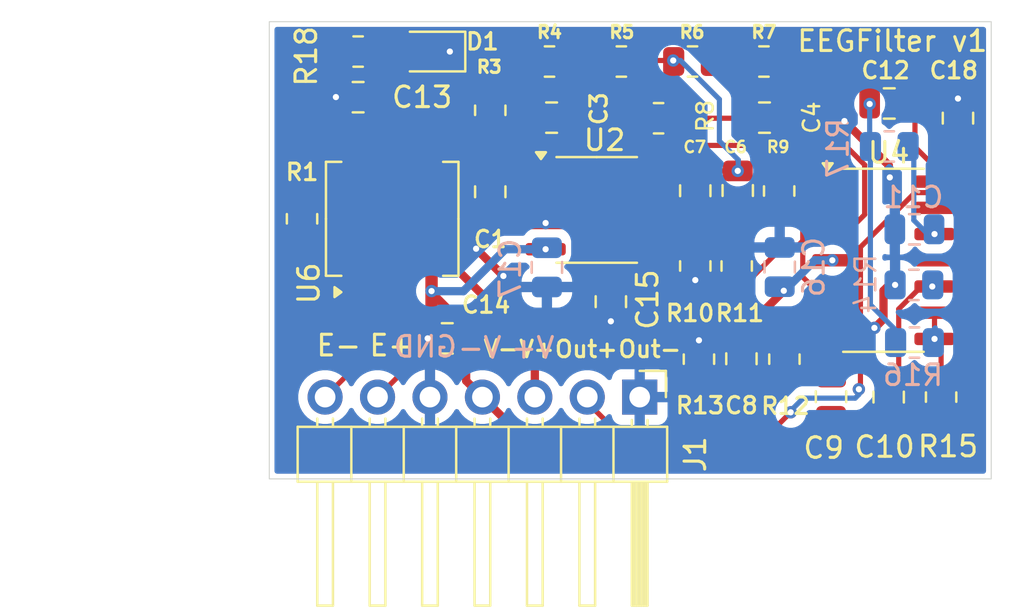
<source format=kicad_pcb>
(kicad_pcb (version 20241229) (generator "pcbnew") (generator_version "9.0")
  (layers (0 "F.Cu" signal) (2 "B.Cu" signal) (13 "F.Paste" user) (15 "B.Paste" user) (5 "F.SilkS" user "F.Silkscreen") (7 "B.SilkS" user "B.Silkscreen") (1 "F.Mask" user) (3 "B.Mask" user) (25 "Edge.Cuts" user))
  (net 0 "")
  (net 1 "Net-(U2A--)")
  (net 2 "/AC_COUPLER_OUT")
  (net 3 "/Second T")
  (net 4 "/INA_OUT")
  (net 5 "Net-(C10-Pad1)")
  (net 6 "/First T")
  (net 7 "Net-(U4C-+)")
  (net 8 "Net-(U4D-+)")
  (net 9 "/MA_-Terminal")
  (net 10 "/E_OUT")
  (net 11 "Net-(R1-Pad1)")
  (net 12 "Net-(U2B-+)")
  (net 13 "AGND")
  (net 14 "/50Hz_first_branch")
  (net 15 "/50Hz_second_branch")
  (net 16 "AVDD")
  (net 17 "AVSS")
  (net 18 "/Main_Out")
  (net 19 "/E+")
  (net 20 "/E-")
  (net 21 "/HP_Out")
  (net 22 "Net-(R1-Pad2)")
  (net 23 "Net-(R4-Pad1)")
  (net 24 "Net-(R6-Pad1)")
  (net 25 "Net-(R8-Pad2)")
  (net 26 "/LP_1st_branch")
  (net 27 "/50Hz_Filtered_Out")
  (net 28 "Net-(D1-A)")
  (footprint "Resistor_SMD:R_0805_2012Metric" (layer "F.Cu") (at 103.0967 95.504 180)
    (property "Reference" "R7" (at 0.0019 1.4224 0) (layer "F.SilkS") (effects (font (size 0.6 0.6) (thickness 0.15) (bold yes))))
    (property "Value" "2k")
    (pad "1" smd roundrect (at -0.9125 0 180) (size 1.025 1.4) (layers "F.Cu" "F.Mask" "F.Paste") (roundrect_rratio 0.243902) (net 14 "/50Hz_first_branch"))
    (pad "2" smd roundrect (at 0.9125 0 180) (size 1.025 1.4) (layers "F.Cu" "F.Mask" "F.Paste") (roundrect_rratio 0.243902) (net 24 "Net-(R6-Pad1)"))
  )
  (footprint "Capacitor_SMD:C_0805_2012Metric" (layer "F.Cu") (at 106.346 111.74 -90)
    (property "Reference" "C9" (at 2.4838 0.3518 180) (layer "F.SilkS"))
    (property "Value" "0.1u")
    (pad "1" smd roundrect (at -0.95 0 270) (size 1 1.45) (layers "F.Cu" "F.Mask" "F.Paste") (net 18 "/Main_Out"))
    (pad "2" smd roundrect (at 0.95 0 270) (size 1 1.45) (layers "F.Cu" "F.Mask" "F.Paste") (net 5 "Net-(C10-Pad1)"))
  )
  (footprint "Capacitor_SMD:C_0805_2012Metric" (layer "F.Cu") (at 95.6818 107.1372 90)
    (property "Reference" "C15" (at 0.1016 1.778 90) (layer "F.SilkS"))
    (property "Value" "1u")
    (pad "1" smd roundrect (at -0.95 0 90) (size 1 1.45) (layers "F.Cu" "F.Mask" "F.Paste") (net 13 "AGND"))
    (pad "2" smd roundrect (at 0.95 0 90) (size 1 1.45) (layers "F.Cu" "F.Mask" "F.Paste") (net 16 "AVDD"))
  )
  (footprint "Resistor_SMD:R_0805_2012Metric" (layer "F.Cu") (at 104.0892 109.9214 -90)
    (property "Reference" "R12" (at 2.2704 -0.0508 180) (layer "F.SilkS") (effects (font (size 0.8 0.8))))
    (property "Value" "100k")
    (pad "1" smd roundrect (at -0.9125 0 270) (size 1.025 1.4) (layers "F.Cu" "F.Mask" "F.Paste") (roundrect_rratio 0.243902) (net 9 "/MA_-Terminal"))
    (pad "2" smd roundrect (at 0.9125 0 270) (size 1.025 1.4) (layers "F.Cu" "F.Mask" "F.Paste") (roundrect_rratio 0.243902) (net 18 "/Main_Out"))
  )
  (footprint "Resistor_SMD:R_0805_2012Metric" (layer "F.Cu") (at 103.8352 101.7759 -90)
    (property "Reference" "R9" (at -2.1317 0.0508 180) (layer "F.SilkS") (effects (font (size 0.55 0.55) (thickness 0.12) (bold yes))))
    (property "Value" "0.9k")
    (pad "1" smd roundrect (at -0.9125 0 270) (size 1.025 1.4) (layers "F.Cu" "F.Mask" "F.Paste") (roundrect_rratio 0.243902) (net 25 "Net-(R8-Pad2)"))
    (pad "2" smd roundrect (at 0.9125 0 270) (size 1.025 1.4) (layers "F.Cu" "F.Mask" "F.Paste") (roundrect_rratio 0.243902) (net 15 "/50Hz_second_branch"))
  )
  (footprint "Package_SO:SOIC-8_5.3x6.2mm_P1.27mm" (layer "F.Cu") (at 85.09 103.124 90)
    (property "Reference" "U6" (at -3.1242 -4.0386 270) (layer "F.SilkS"))
    (property "Value" "INA128")
    (pad "1" smd roundrect (at -3.5 -1.905 90) (size 1.9 0.6) (layers "F.Cu" "F.Mask" "F.Paste") (net 22 "Net-(R1-Pad2)"))
    (pad "2" smd roundrect (at -3.5 -0.635 90) (size 1.9 0.6) (layers "F.Cu" "F.Mask" "F.Paste") (net 20 "/E-"))
    (pad "3" smd roundrect (at -3.5 0.635 90) (size 1.9 0.6) (layers "F.Cu" "F.Mask" "F.Paste") (net 19 "/E+"))
    (pad "4" smd roundrect (at -3.5 1.905 90) (size 1.9 0.6) (layers "F.Cu" "F.Mask" "F.Paste") (net 17 "AVSS"))
    (pad "5" smd roundrect (at 3.5 1.905 90) (size 1.9 0.6) (layers "F.Cu" "F.Mask" "F.Paste") (net 2 "/AC_COUPLER_OUT"))
    (pad "6" smd roundrect (at 3.5 0.635 90) (size 1.9 0.6) (layers "F.Cu" "F.Mask" "F.Paste") (net 4 "/INA_OUT"))
    (pad "7" smd roundrect (at 3.5 -0.635 90) (size 1.9 0.6) (layers "F.Cu" "F.Mask" "F.Paste") (net 16 "AVDD"))
    (pad "8" smd roundrect (at 3.5 -1.905 90) (size 1.9 0.6) (layers "F.Cu" "F.Mask" "F.Paste") (net 11 "Net-(R1-Pad1)"))
  )
  (footprint "Resistor_SMD:R_0805_2012Metric" (layer "F.Cu") (at 101.7778 105.41 90)
    (property "Reference" "R11" (at -2.286 0.1524 0) (layer "F.SilkS") (effects (font (size 0.8 0.8))))
    (property "Value" "1k")
    (pad "1" smd roundrect (at -0.9125 0 90) (size 1.025 1.4) (layers "F.Cu" "F.Mask" "F.Paste") (roundrect_rratio 0.243902) (net 27 "/50Hz_Filtered_Out"))
    (pad "2" smd roundrect (at 0.9125 0 90) (size 1.025 1.4) (layers "F.Cu" "F.Mask" "F.Paste") (roundrect_rratio 0.243902) (net 12 "Net-(U2B-+)"))
  )
  (footprint "Resistor_SMD:R_0805_2012Metric" (layer "F.Cu") (at 80.7212 103.1221 -90)
    (property "Reference" "R1" (at -2.2587 0 180) (layer "F.SilkS") (effects (font (size 0.8 0.8) (thickness 0.15) (bold yes))))
    (property "Value" "20k")
    (pad "1" smd roundrect (at -0.9125 0 270) (size 1.025 1.4) (layers "F.Cu" "F.Mask" "F.Paste") (roundrect_rratio 0.243902) (net 11 "Net-(R1-Pad1)"))
    (pad "2" smd roundrect (at 0.9125 0 270) (size 1.025 1.4) (layers "F.Cu" "F.Mask" "F.Paste") (roundrect_rratio 0.243902) (net 22 "Net-(R1-Pad2)"))
  )
  (footprint "Resistor_SMD:R_0805_2012Metric" (layer "F.Cu") (at 89.8398 97.8662 90)
    (property "Reference" "R3" (at 2.103 -0.0508 180) (layer "F.SilkS") (effects (font (size 0.6 0.6))))
    (property "Value" "3.3M")
    (pad "1" smd roundrect (at -0.9125 0 90) (size 1.025 1.4) (layers "F.Cu" "F.Mask" "F.Paste") (roundrect_rratio 0.243902) (net 1 "Net-(U2A--)"))
    (pad "2" smd roundrect (at 0.9125 0 90) (size 1.025 1.4) (layers "F.Cu" "F.Mask" "F.Paste") (roundrect_rratio 0.243902) (net 4 "/INA_OUT"))
  )
  (footprint "Resistor_SMD:R_0805_2012Metric" (layer "F.Cu") (at 96.1898 95.504 180)
    (property "Reference" "R5" (at -0.0235 1.4224 0) (layer "F.SilkS") (effects (font (size 0.6 0.6) (thickness 0.15) (bold yes))))
    (property "Value" "2k")
    (pad "1" smd roundrect (at -0.9125 0 180) (size 1.025 1.4) (layers "F.Cu" "F.Mask" "F.Paste") (roundrect_rratio 0.243902) (net 6 "/First T"))
    (pad "2" smd roundrect (at 0.9125 0 180) (size 1.025 1.4) (layers "F.Cu" "F.Mask" "F.Paste") (roundrect_rratio 0.243902) (net 23 "Net-(R4-Pad1)"))
  )
  (footprint "Resistor_SMD:R_0805_2012Metric" (layer "F.Cu") (at 92.71 95.504 180)
    (property "Reference" "R4" (at 0.0019 1.4224 0) (layer "F.SilkS") (effects (font (size 0.6 0.6) (thickness 0.15) (bold yes))))
    (property "Value" "316k")
    (pad "1" smd roundrect (at -0.9125 0 180) (size 1.025 1.4) (layers "F.Cu" "F.Mask" "F.Paste") (roundrect_rratio 0.243902) (net 23 "Net-(R4-Pad1)"))
    (pad "2" smd roundrect (at 0.9125 0 180) (size 1.025 1.4) (layers "F.Cu" "F.Mask" "F.Paste") (roundrect_rratio 0.243902) (net 4 "/INA_OUT"))
  )
  (footprint "Capacitor_SMD:C_0805_2012Metric" (layer "F.Cu") (at 109.14 111.76 90)
    (property "Reference" "C10" (at -2.413 -0.1994 180) (layer "F.SilkS"))
    (property "Value" "0.1u")
    (pad "1" smd roundrect (at -0.95 0 90) (size 1 1.45) (layers "F.Cu" "F.Mask" "F.Paste") (net 5 "Net-(C10-Pad1)"))
    (pad "2" smd roundrect (at 0.95 0 90) (size 1 1.45) (layers "F.Cu" "F.Mask" "F.Paste") (net 7 "Net-(U4C-+)"))
  )
  (footprint "Resistor_SMD:R_0805_2012Metric" (layer "F.Cu") (at 111.68 111.76 90)
    (property "Reference" "R15" (at -2.3876 0.334 180) (layer "F.SilkS"))
    (property "Value" "4.7M")
    (pad "1" smd roundrect (at -0.9125 0 90) (size 1.025 1.4) (layers "F.Cu" "F.Mask" "F.Paste") (roundrect_rratio 0.243902) (net 5 "Net-(C10-Pad1)"))
    (pad "2" smd roundrect (at 0.9125 0 90) (size 1.025 1.4) (layers "F.Cu" "F.Mask" "F.Paste") (roundrect_rratio 0.243902) (net 21 "/HP_Out"))
  )
  (footprint "Capacitor_SMD:C_0805_2012Metric" (layer "F.Cu") (at 109.1692 97.536 180)
    (property "Reference" "C12" (at 0.1778 1.6002 0) (layer "F.SilkS") (effects (font (size 0.8 0.8))))
    (property "Value" "0.1u")
    (pad "1" smd roundrect (at -0.95 0 180) (size 1 1.45) (layers "F.Cu" "F.Mask" "F.Paste") (net 10 "/E_OUT"))
    (pad "2" smd roundrect (at 0.95 0 180) (size 1 1.45) (layers "F.Cu" "F.Mask" "F.Paste") (net 26 "/LP_1st_branch"))
  )
  (footprint "Resistor_SMD:R_0805_2012Metric" (layer "F.Cu") (at 99.7712 105.4081 -90)
    (property "Reference" "R10" (at 2.2879 0.254 0) (layer "F.SilkS") (effects (font (size 0.8 0.8))))
    (property "Value" "10k")
    (pad "1" smd roundrect (at -0.9125 0 270) (size 1.025 1.4) (layers "F.Cu" "F.Mask" "F.Paste") (roundrect_rratio 0.243902) (net 12 "Net-(U2B-+)"))
    (pad "2" smd roundrect (at 0.9125 0 270) (size 1.025 1.4) (layers "F.Cu" "F.Mask" "F.Paste") (roundrect_rratio 0.243902) (net 13 "AGND"))
  )
  (footprint "Capacitor_SMD:C_0805_2012Metric" (layer "F.Cu") (at 89.8398 101.8134 -90)
    (property "Reference" "C1" (at 2.3012 0 180) (layer "F.SilkS") (effects (font (size 0.8 0.8))))
    (property "Value" "0.47u")
    (pad "1" smd roundrect (at -0.95 0 270) (size 1 1.45) (layers "F.Cu" "F.Mask" "F.Paste") (net 2 "/AC_COUPLER_OUT"))
    (pad "2" smd roundrect (at 0.95 0 270) (size 1 1.45) (layers "F.Cu" "F.Mask" "F.Paste") (net 1 "Net-(U2A--)"))
  )
  (footprint "Capacitor_SMD:C_0805_2012Metric" (layer "F.Cu") (at 92.8116 98.2218 180)
    (property "Reference" "C3" (at -2.286 0.4318 90) (layer "F.SilkS") (effects (font (size 0.8 0.8) (thickness 0.15) (bold yes))))
    (property "Value" "10n")
    (pad "1" smd roundrect (at -0.95 0 180) (size 1 1.45) (layers "F.Cu" "F.Mask" "F.Paste") (net 3 "/Second T"))
    (pad "2" smd roundrect (at 0.95 0 180) (size 1 1.45) (layers "F.Cu" "F.Mask" "F.Paste") (net 4 "/INA_OUT"))
  )
  (footprint "Capacitor_SMD:C_0805_2012Metric" (layer "F.Cu") (at 83.439 97.2312)
    (property "Reference" "C13" (at 3.0988 0 0) (layer "F.SilkS"))
    (property "Value" "0.1u")
    (pad "1" smd roundrect (at -0.95 0) (size 1 1.45) (layers "F.Cu" "F.Mask" "F.Paste") (net 13 "AGND"))
    (pad "2" smd roundrect (at 0.95 0) (size 1 1.45) (layers "F.Cu" "F.Mask" "F.Paste") (net 16 "AVDD"))
  )
  (footprint "Capacitor_SMD:C_0805_2012Metric" (layer "F.Cu") (at 112.4966 98.2472 -90)
    (property "Reference" "C18" (at -2.3114 0.2032 180) (layer "F.SilkS") (effects (font (size 0.8 0.8))))
    (property "Value" "0.1u")
    (pad "1" smd roundrect (at -0.95 0 270) (size 1 1.45) (layers "F.Cu" "F.Mask" "F.Paste") (net 13 "AGND"))
    (pad "2" smd roundrect (at 0.95 0 270) (size 1 1.45) (layers "F.Cu" "F.Mask" "F.Paste") (net 17 "AVSS"))
  )
  (footprint "Capacitor_SMD:C_0805_2012Metric" (layer "F.Cu") (at 101.8286 101.7524 90)
    (property "Reference" "C6" (at 2.1082 -0.1016 0) (layer "F.SilkS") (effects (font (size 0.55 0.55) (thickness 0.12) (bold yes))))
    (property "Value" "10n")
    (pad "1" smd roundrect (at -0.95 0 90) (size 1 1.45) (layers "F.Cu" "F.Mask" "F.Paste") (net 15 "/50Hz_second_branch"))
    (pad "2" smd roundrect (at 0.95 0 90) (size 1 1.45) (layers "F.Cu" "F.Mask" "F.Paste") (net 6 "/First T"))
  )
  (footprint "LED_SMD:LED_0805_2012Metric" (layer "F.Cu") (at 86.9442 95.0214 180)
    (property "Reference" "D1" (at -2.5146 0.4826 0) (layer "F.SilkS") (effects (font (size 0.8 0.8))))
    (property "Value" "LED")
    (pad "1" smd roundrect (at -0.9375 0 180) (size 0.975 1.4) (layers "F.Cu" "F.Mask" "F.Paste") (net 13 "AGND"))
    (pad "2" smd roundrect (at 0.9375 0 180) (size 0.975 1.4) (layers "F.Cu" "F.Mask" "F.Paste") (net 28 "Net-(D1-A)"))
  )
  (footprint "Resistor_SMD:R_0805_2012Metric" (layer "F.Cu") (at 83.439 95.0214 180)
    (property "Reference" "R18" (at 2.5146 -0.2286 90) (layer "F.SilkS"))
    (property "Value" "5k")
    (pad "1" smd roundrect (at -0.9125 0 180) (size 1.025 1.4) (layers "F.Cu" "F.Mask" "F.Paste") (roundrect_rratio 0.243902) (net 28 "Net-(D1-A)"))
    (pad "2" smd roundrect (at 0.9125 0 180) (size 1.025 1.4) (layers "F.Cu" "F.Mask" "F.Paste") (roundrect_rratio 0.243902) (net 16 "AVDD"))
  )
  (footprint "Capacitor_SMD:C_0805_2012Metric" (layer "F.Cu") (at 102.0064 109.9014 -90)
    (property "Reference" "C8" (at 2.265 0 180) (layer "F.SilkS") (effects (font (size 0.8 0.8))))
    (property "Value" "33n")
    (pad "1" smd roundrect (at -0.95 0 270) (size 1 1.45) (layers "F.Cu" "F.Mask" "F.Paste") (net 9 "/MA_-Terminal"))
    (pad "2" smd roundrect (at 0.95 0 270) (size 1 1.45) (layers "F.Cu" "F.Mask" "F.Paste") (net 18 "/Main_Out"))
  )
  (footprint "Capacitor_SMD:C_0805_2012Metric" (layer "F.Cu") (at 103.124 98.2218)
    (property "Reference" "C4" (at 2.286 0 90) (layer "F.SilkS") (effects (font (size 0.8 0.8) (thickness 0.12) (bold yes))))
    (property "Value" "10n")
    (pad "1" smd roundrect (at -0.95 0) (size 1 1.45) (layers "F.Cu" "F.Mask" "F.Paste") (net 3 "/Second T"))
    (pad "2" smd roundrect (at 0.95 0) (size 1 1.45) (layers "F.Cu" "F.Mask" "F.Paste") (net 14 "/50Hz_first_branch"))
  )
  (footprint "Connector_PinHeader_2.54mm:PinHeader_1x07_P2.54mm_Horizontal" (layer "F.Cu") (at 97.0788 111.76 -90)
    (property "Reference" "J1" (at 2.7686 -2.6924 90) (layer "F.SilkS"))
    (property "Value" "Conn_01x07_Pin")
    (pad "1" thru_hole rect (at 0 0 270) (size 1.7 1.7) (drill 1) (layers "*.Cu" "*.Mask") (net 13 "AGND"))
    (pad "2" thru_hole oval (at 0 2.54 270) (size 1.7 1.7) (drill 1) (layers "*.Cu" "*.Mask") (net 10 "/E_OUT"))
    (pad "3" thru_hole oval (at 0 5.08 270) (size 1.7 1.7) (drill 1) (layers "*.Cu" "*.Mask") (net 16 "AVDD"))
    (pad "4" thru_hole oval (at 0 7.62 270) (size 1.7 1.7) (drill 1) (layers "*.Cu" "*.Mask") (net 17 "AVSS"))
    (pad "5" thru_hole oval (at 0 10.16 270) (size 1.7 1.7) (drill 1) (layers "*.Cu" "*.Mask") (net 13 "AGND"))
    (pad "6" thru_hole oval (at 0 12.7 270) (size 1.7 1.7) (drill 1) (layers "*.Cu" "*.Mask") (net 19 "/E+"))
    (pad "7" thru_hole oval (at 0 15.24 270) (size 1.7 1.7) (drill 1) (layers "*.Cu" "*.Mask") (net 20 "/E-"))
  )
  (footprint "Package_SO:SOIC-8_3.9x4.9mm_P1.27mm" (layer "F.Cu") (at 94.996 102.6922)
    (property "Reference" "U2" (at 0.381 -3.3782 0) (layer "F.SilkS"))
    (property "Value" "OPA2237")
    (pad "1" smd roundrect (at -2.475 -1.905) (size 1.95 0.6) (layers "F.Cu" "F.Mask" "F.Paste") (net 2 "/AC_COUPLER_OUT"))
    (pad "2" smd roundrect (at -2.475 -0.635) (size 1.95 0.6) (layers "F.Cu" "F.Mask" "F.Paste") (net 1 "Net-(U2A--)"))
    (pad "3" smd roundrect (at -2.475 0.635) (size 1.95 0.6) (layers "F.Cu" "F.Mask" "F.Paste") (net 13 "AGND"))
    (pad "4" smd roundrect (at -2.475 1.905) (size 1.95 0.6) (layers "F.Cu" "F.Mask" "F.Paste") (net 17 "AVSS"))
    (pad "5" smd roundrect (at 2.475 1.905) (size 1.95 0.6) (layers "F.Cu" "F.Mask" "F.Paste") (net 12 "Net-(U2B-+)"))
    (pad "6" smd roundrect (at 2.475 0.635) (size 1.95 0.6) (layers "F.Cu" "F.Mask" "F.Paste") (net 15 "/50Hz_second_branch"))
    (pad "7" smd roundrect (at 2.475 -0.635) (size 1.95 0.6) (layers "F.Cu" "F.Mask" "F.Paste") (net 15 "/50Hz_second_branch"))
    (pad "8" smd roundrect (at 2.475 -1.905) (size 1.95 0.6) (layers "F.Cu" "F.Mask" "F.Paste") (net 16 "AVDD"))
  )
  (footprint "Resistor_SMD:R_0805_2012Metric" (layer "F.Cu") (at 99.949 109.9214 90)
    (property "Reference" "R13" (at -2.245 0.0508 180) (layer "F.SilkS") (effects (font (size 0.8 0.8))))
    (property "Value" "2k")
    (pad "1" smd roundrect (at -0.9125 0 90) (size 1.025 1.4) (layers "F.Cu" "F.Mask" "F.Paste") (roundrect_rratio 0.243902) (net 18 "/Main_Out"))
    (pad "2" smd roundrect (at 0.9125 0 90) (size 1.025 1.4) (layers "F.Cu" "F.Mask" "F.Paste") (roundrect_rratio 0.243902) (net 13 "AGND"))
  )
  (footprint "Capacitor_SMD:C_0805_2012Metric" (layer "F.Cu") (at 87.757 108.9152)
    (property "Reference" "C14" (at 1.8796 -1.6256 180) (layer "F.SilkS") (effects (font (size 0.8 0.8))))
    (property "Value" "1u")
    (pad "1" smd roundrect (at -0.95 0) (size 1 1.45) (layers "F.Cu" "F.Mask" "F.Paste") (net 13 "AGND"))
    (pad "2" smd roundrect (at 0.95 0) (size 1 1.45) (layers "F.Cu" "F.Mask" "F.Paste") (net 17 "AVSS"))
  )
  (footprint "Resistor_SMD:R_0805_2012Metric" (layer "F.Cu") (at 99.6385 95.504 180)
    (property "Reference" "R6" (at 0.0235 1.4224 0) (layer "F.SilkS") (effects (font (size 0.6 0.6) (thickness 0.15) (bold yes))))
    (property "Value" "316k")
    (pad "1" smd roundrect (at -0.9125 0 180) (size 1.025 1.4) (layers "F.Cu" "F.Mask" "F.Paste") (roundrect_rratio 0.243902) (net 24 "Net-(R6-Pad1)"))
    (pad "2" smd roundrect (at 0.9125 0 180) (size 1.025 1.4) (layers "F.Cu" "F.Mask" "F.Paste") (roundrect_rratio 0.243902) (net 6 "/First T"))
  )
  (footprint "Resistor_SMD:R_0805_2012Metric" (layer "F.Cu") (at 97.9932 98.2518 180)
    (property "Reference" "R8" (at -2.2606 0.1062 270) (layer "F.SilkS") (effects (font (size 0.8 0.8) (thickness 0.12) (bold yes))))
    (property "Value" "158k")
    (pad "1" smd roundrect (at -0.9125 0 180) (size 1.025 1.4) (layers "F.Cu" "F.Mask" "F.Paste") (roundrect_rratio 0.243902) (net 3 "/Second T"))
    (pad "2" smd roundrect (at 0.9125 0 180) (size 1.025 1.4) (layers "F.Cu" "F.Mask" "F.Paste") (roundrect_rratio 0.243902) (net 25 "Net-(R8-Pad2)"))
  )
  (footprint "Capacitor_SMD:C_0805_2012Metric" (layer "F.Cu") (at 99.7712 101.7626 90)
    (property "Reference" "C7" (at 2.1184 -0.0254 0) (layer "F.SilkS") (effects (font (size 0.55 0.55) (thickness 0.12) (bold yes))))
    (property "Value" "10n")
    (pad "1" smd roundrect (at -0.95 0 90) (size 1 1.45) (layers "F.Cu" "F.Mask" "F.Paste") (net 15 "/50Hz_second_branch"))
    (pad "2" smd roundrect (at 0.95 0 90) (size 1 1.45) (layers "F.Cu" "F.Mask" "F.Paste") (net 6 "/First T"))
  )
  (footprint "Package_SO:SOIC-14_3.9x8.7mm_P1.27mm" (layer "F.Cu") (at 108.886 105.1319)
    (property "Reference" "U4" (at 0.2578 -5.2083 0) (layer "F.SilkS"))
    (property "Value" "OPA4170")
    (pad "1" smd roundrect (at -2.475 -3.81) (size 1.95 0.6) (layers "F.Cu" "F.Mask" "F.Paste") (net 27 "/50Hz_Filtered_Out"))
    (pad "2" smd roundrect (at -2.475 -2.54) (size 1.95 0.6) (layers "F.Cu" "F.Mask" "F.Paste") (net 27 "/50Hz_Filtered_Out"))
    (pad "3" smd roundrect (at -2.475 -1.27) (size 1.95 0.6) (layers "F.Cu" "F.Mask" "F.Paste") (net 14 "/50Hz_first_branch"))
    (pad "4" smd roundrect (at -2.475 0) (size 1.95 0.6) (layers "F.Cu" "F.Mask" "F.Paste") (net 16 "AVDD"))
    (pad "5" smd roundrect (at -2.475 1.27) (size 1.95 0.6) (layers "F.Cu" "F.Mask" "F.Paste") (net 27 "/50Hz_Filtered_Out"))
    (pad "6" smd roundrect (at -2.475 2.54) (size 1.95 0.6) (layers "F.Cu" "F.Mask" "F.Paste") (net 9 "/MA_-Terminal"))
    (pad "7" smd roundrect (at -2.475 3.81) (size 1.95 0.6) (layers "F.Cu" "F.Mask" "F.Paste") (net 18 "/Main_Out"))
    (pad "8" smd roundrect (at 2.475 3.81) (size 1.95 0.6) (layers "F.Cu" "F.Mask" "F.Paste") (net 21 "/HP_Out"))
    (pad "9" smd roundrect (at 2.475 2.54) (size 1.95 0.6) (layers "F.Cu" "F.Mask" "F.Paste") (net 21 "/HP_Out"))
    (pad "10" smd roundrect (at 2.475 1.27) (size 1.95 0.6) (layers "F.Cu" "F.Mask" "F.Paste") (net 7 "Net-(U4C-+)"))
    (pad "11" smd roundrect (at 2.475 0) (size 1.95 0.6) (layers "F.Cu" "F.Mask" "F.Paste") (net 17 "AVSS"))
    (pad "12" smd roundrect (at 2.475 -1.27) (size 1.95 0.6) (layers "F.Cu" "F.Mask" "F.Paste") (net 8 "Net-(U4D-+)"))
    (pad "13" smd roundrect (at 2.475 -2.54) (size 1.95 0.6) (layers "F.Cu" "F.Mask" "F.Paste") (net 10 "/E_OUT"))
    (pad "14" smd roundrect (at 2.475 -3.81) (size 1.95 0.6) (layers "F.Cu" "F.Mask" "F.Paste") (net 10 "/E_OUT"))
  )
  (footprint "Resistor_SMD:R_0805_2012Metric" (layer "B.Cu") (at 109.1692 99.6188)
    (property "Reference" "R17" (at -2.4892 0.0762 90) (layer "B.SilkS") (effects (justify mirror)))
    (property "Value" "10k")
    (pad "1" smd roundrect (at -0.9125 0) (size 1.025 1.4) (layers "B.Cu" "B.Mask" "B.Paste") (roundrect_rratio 0.243902) (net 26 "/LP_1st_branch"))
    (pad "2" smd roundrect (at 0.9125 0) (size 1.025 1.4) (layers "B.Cu" "B.Mask" "B.Paste") (roundrect_rratio 0.243902) (net 8 "Net-(U4D-+)"))
  )
  (footprint "Capacitor_SMD:C_0805_2012Metric" (layer "B.Cu") (at 92.583 105.476 90)
    (property "Reference" "C17" (at -0.061 -1.778 90) (layer "B.SilkS") (effects (justify mirror)))
    (property "Value" "0.1u")
    (pad "1" smd roundrect (at -0.95 0 90) (size 1 1.45) (layers "B.Cu" "B.Mask" "B.Paste") (net 13 "AGND"))
    (pad "2" smd roundrect (at 0.95 0 90) (size 1 1.45) (layers "B.Cu" "B.Mask" "B.Paste") (net 17 "AVSS"))
  )
  (footprint "Capacitor_SMD:C_0805_2012Metric" (layer "B.Cu") (at 110.3884 103.632 180)
    (property "Reference" "C11" (at 0.0508 1.5494 180) (layer "B.SilkS") (effects (justify mirror)))
    (property "Value" "0.1u")
    (pad "1" smd roundrect (at -0.95 0 180) (size 1 1.45) (layers "B.Cu" "B.Mask" "B.Paste") (net 8 "Net-(U4D-+)"))
    (pad "2" smd roundrect (at 0.95 0 180) (size 1 1.45) (layers "B.Cu" "B.Mask" "B.Paste") (net 13 "AGND"))
  )
  (footprint "Capacitor_SMD:C_0805_2012Metric" (layer "B.Cu") (at 103.8606 105.4608 -90)
    (property "Reference" "C16" (at 0 -1.651 90) (layer "B.SilkS") (effects (justify mirror)))
    (property "Value" "0.1u")
    (pad "1" smd roundrect (at -0.95 0 270) (size 1 1.45) (layers "B.Cu" "B.Mask" "B.Paste") (net 13 "AGND"))
    (pad "2" smd roundrect (at 0.95 0 270) (size 1 1.45) (layers "B.Cu" "B.Mask" "B.Paste") (net 16 "AVDD"))
  )
  (footprint "Resistor_SMD:R_0805_2012Metric" (layer "B.Cu") (at 110.363 106.3244 180)
    (property "Reference" "R14" (at 2.332 0.0508 90) (layer "B.SilkS") (effects (font (thickness 0.125)) (justify mirror)))
    (property "Value" "4.7M")
    (pad "1" smd roundrect (at -0.9125 0 180) (size 1.025 1.4) (layers "B.Cu" "B.Mask" "B.Paste") (roundrect_rratio 0.243902) (net 7 "Net-(U4C-+)"))
    (pad "2" smd roundrect (at 0.9125 0 180) (size 1.025 1.4) (layers "B.Cu" "B.Mask" "B.Paste") (roundrect_rratio 0.243902) (net 13 "AGND"))
  )
  (footprint "Resistor_SMD:R_0805_2012Metric" (layer "B.Cu") (at 110.3884 109.1184 180)
    (property "Reference" "R16" (at 0.0714 -1.57815 180) (layer "B.SilkS") (effects (justify mirror)))
    (property "Value" "10k")
    (pad "1" smd roundrect (at -0.9125 0 180) (size 1.025 1.4) (layers "B.Cu" "B.Mask" "B.Paste") (roundrect_rratio 0.243902) (net 21 "/HP_Out"))
    (pad "2" smd roundrect (at 0.9125 0 180) (size 1.025 1.4) (layers "B.Cu" "B.Mask" "B.Paste") (roundrect_rratio 0.243902) (net 26 "/LP_1st_branch"))
  )
  (gr_rect (start 79.1354 93.5736) (end 114.1078 115.7224) (stroke (width 0.05)) (fill no) (layer "Edge.Cuts"))
  (gr_text "V-" (at 89.4334 109.8804 0) (layer "F.SilkS") (effects (font (size 0.8 0.8)) (justify left bottom)))
  (gr_text "Out+" (at 92.8878 109.9058 0) (layer "F.SilkS") (effects (font (size 0.8 0.8)) (justify left bottom)))
  (gr_text "V+" (at 91.1606 109.9058 0) (layer "F.SilkS") (effects (font (size 0.8 0.8)) (justify left bottom)))
  (gr_text "E+\n" (at 83.8962 109.8464 0) (layer "F.SilkS") (effects (font (size 1 1)) (justify left bottom)))
  (gr_text "E-" (at 81.3308 109.8464 0) (layer "F.SilkS") (effects (font (size 1 1)) (justify left bottom)))
  (gr_text "EEGFilter v1" (at 104.6226 95.0976 0) (layer "F.SilkS") (effects (font (size 1 1)) (justify left bottom)))
  (gr_text "Out-" (at 95.9612 109.9058 0) (layer "F.SilkS") (effects (font (size 0.8 0.8)) (justify left bottom)))
  (gr_text "V-\n" (at 90.4748 109.9566 0) (layer "B.SilkS") (effects (font (size 1 1)) (justify left bottom mirror)))
  (gr_text "GND" (at 88.3158 109.9058 0) (layer "B.SilkS") (effects (font (size 1 1)) (justify left bottom mirror)))
  (gr_text "V+" (at 93.0402 109.9566 0) (layer "B.SilkS") (effects (font (size 1 1)) (justify left bottom mirror)))
  (segment (start 89.916 102.931) (end 90.7898 102.0572) (width 0.25) (layer "F.Cu") (net 1))
  (segment (start 90.1009 99.7204) (end 89.8398 99.4593) (width 0.25) (layer "F.Cu") (net 1))
  (segment (start 90.1009 99.7204) (end 93.7768 99.7204) (width 0.25) (layer "F.Cu") (net 1))
  (segment (start 93.7768 102.0572) (end 92.521 102.0572) (width 0.25) (layer "F.Cu") (net 1))
  (segment (start 93.7768 99.7204) (end 94.234 100.1776) (width 0.25) (layer "F.Cu") (net 1))
  (segment (start 94.234 101.6) (end 93.7768 102.0572) (width 0.25) (layer "F.Cu") (net 1))
  (segment (start 89.8398 99.4593) (end 89.8398 98.7787) (width 0.25) (layer "F.Cu") (net 1))
  (segment (start 94.234 100.1776) (end 94.234 101.6) (width 0.25) (layer "F.Cu") (net 1))
  (segment (start 90.7898 102.0572) (end 92.521 102.0572) (width 0.25) (layer "F.Cu") (net 1))
  (segment (start 92.521 100.7872) (end 88.1582 100.7872) (width 0.25) (layer "F.Cu") (net 2))
  (segment (start 88.1582 100.7872) (end 86.995 99.624) (width 0.25) (layer "F.Cu") (net 2))
  (segment (start 97.5614 96.901) (end 98.9057 98.2453) (width 0.25) (layer "F.Cu") (net 3))
  (segment (start 98.9057 98.2453) (end 98.9057 98.2518) (width 0.25) (layer "F.Cu") (net 3))
  (segment (start 95.123 96.901) (end 97.5614 96.901) (width 0.25) (layer "F.Cu") (net 3))
  (segment (start 98.9057 98.2518) (end 102.144 98.2518) (width 0.25) (layer "F.Cu") (net 3))
  (segment (start 102.144 98.2518) (end 102.174 98.2218) (width 0.25) (layer "F.Cu") (net 3))
  (segment (start 93.8022 98.2218) (end 95.123 96.901) (width 0.25) (layer "F.Cu") (net 3))
  (segment (start 93.787 98.2218) (end 93.8022 98.2218) (width 0.25) (layer "F.Cu") (net 3))
  (segment (start 87.445301 96.9537) (end 89.8398 96.9537) (width 0.25) (layer "F.Cu") (net 4))
  (segment (start 85.725 98.674001) (end 87.445301 96.9537) (width 0.25) (layer "F.Cu") (net 4))
  (segment (start 85.725 99.624) (end 85.725 98.674001) (width 0.25) (layer "F.Cu") (net 4))
  (segment (start 89.8398 96.9537) (end 89.8417 96.9537) (width 0.25) (layer "F.Cu") (net 4))
  (segment (start 89.8398 96.9537) (end 89.8633 96.9537) (width 0.25) (layer "F.Cu") (net 4))
  (segment (start 89.8633 96.9537) (end 91.313 95.504) (width 0.25) (layer "F.Cu") (net 4))
  (segment (start 89.8417 96.9537) (end 91.1098 98.2218) (width 0.25) (layer "F.Cu") (net 4))
  (segment (start 91.1098 98.2218) (end 91.8616 98.2218) (width 0.25) (layer "F.Cu") (net 4))
  (segment (start 91.313 95.504) (end 91.7975 95.504) (width 0.25) (layer "F.Cu") (net 4))
  (segment (start 106.3635 112.6725) (end 106.346 112.69) (width 0.25) (layer "F.Cu") (net 5))
  (segment (start 106.346 112.69) (end 108.886 112.69) (width 0.25) (layer "F.Cu") (net 5))
  (segment (start 111.68 112.6725) (end 106.3635 112.6725) (width 0.25) (layer "F.Cu") (net 5))
  (segment (start 101.8286 100.8024) (end 99.7814 100.8024) (width 0.25) (layer "F.Cu") (net 6))
  (segment (start 97.075 95.4532) (end 98.7025 95.4532) (width 0.25) (layer "F.Cu") (net 6))
  (segment (start 99.7814 100.8024) (end 99.7712 100.8126) (width 0.25) (layer "F.Cu") (net 6))
  (via (at 98.7025 95.4532) (size 0.6) (drill 0.3) (layers "F.Cu" "B.Cu") (net 6))
  (via (at 101.8286 100.8024) (size 0.6) (drill 0.3) (layers "F.Cu" "B.Cu") (net 6))
  (segment (start 100.9396 99.3546) (end 100.9396 97.3366) (width 0.25) (layer "B.Cu") (net 6))
  (segment (start 100.9396 97.3366) (end 99.0562 95.4532) (width 0.25) (layer "B.Cu") (net 6))
  (segment (start 101.854 100.269) (end 101.854 100.777) (width 0.25) (layer "B.Cu") (net 6))
  (segment (start 101.854 100.269) (end 100.9396 99.3546) (width 0.25) (layer "B.Cu") (net 6))
  (segment (start 99.0562 95.4532) (end 98.7025 95.4532) (width 0.25) (layer "B.Cu") (net 6))
  (segment (start 101.854 100.777) (end 101.8286 100.8024) (width 0.25) (layer "B.Cu") (net 6))
  (segment (start 109.14 110.81) (end 109.6264 110.3236) (width 0.25) (layer "F.Cu") (net 7))
  (segment (start 109.6264 110.3236) (end 109.6264 107.4928) (width 0.25) (layer "F.Cu") (net 7))
  (segment (start 111.252 106.4019) (end 111.361 106.4019) (width 0.25) (layer "F.Cu") (net 7))
  (segment (start 110.7173 106.4019) (end 111.252 106.4019) (width 0.25) (layer "F.Cu") (net 7))
  (segment (start 109.6264 107.4928) (end 110.7173 106.4019) (width 0.25) (layer "F.Cu") (net 7))
  (via (at 111.252 106.4019) (size 0.6) (drill 0.3) (layers "F.Cu" "B.Cu") (net 7))
  (segment (start 111.3839 103.839) (end 111.361 103.8619) (width 0.25) (layer "F.Cu") (net 8))
  (via (at 111.361 103.8619) (size 0.6) (drill 0.3) (layers "F.Cu" "B.Cu") (net 8))
  (segment (start 110.0817 99.6188) (end 110.357375 99.894475) (width 0.25) (layer "B.Cu") (net 8))
  (segment (start 110.357375 99.894475) (end 110.357375 103.192215) (width 0.25) (layer "B.Cu") (net 8))
  (segment (start 111.02706 103.8619) (end 111.361 103.8619) (width 0.25) (layer "B.Cu") (net 8))
  (segment (start 110.357375 103.192215) (end 111.02706 103.8619) (width 0.25) (layer "B.Cu") (net 8))
  (segment (start 111.3384 103.7844) (end 111.1504 103.7844) (width 0.25) (layer "B.Cu") (net 8))
  (segment (start 105.4262 107.6719) (end 106.411 107.6719) (width 0.25) (layer "F.Cu") (net 9))
  (segment (start 104.0892 109.0089) (end 105.4262 107.6719) (width 0.25) (layer "F.Cu") (net 9))
  (segment (start 102.0639 109.0089) (end 102.0064 108.9514) (width 0.25) (layer "F.Cu") (net 9))
  (segment (start 104.0892 109.0089) (end 102.0639 109.0089) (width 0.25) (layer "F.Cu") (net 9))
  (segment (start 102.0239 109.0089) (end 102.0064 108.9914) (width 0.25) (layer "F.Cu") (net 9))
  (segment (start 104.394 112.4966) (end 103.4034 113.4872) (width 0.25) (layer "F.Cu") (net 10))
  (segment (start 110.4138 99.6442) (end 111.379 100.6094) (width 0.25) (layer "F.Cu") (net 10))
  (segment (start 107.7722 104.4956) (end 110.4138 101.854) (width 0.25) (layer "F.Cu") (net 10))
  (segment (start 110.4138 97.8306) (end 110.4138 99.6442) (width 0.25) (layer "F.Cu") (net 10))
  (segment (start 107.696 111.5822) (end 107.696 111.379) (width 0.25) (layer "F.Cu") (net 10))
  (segment (start 110.4138 101.854) (end 111.361 101.854) (width 0.25) (layer "F.Cu") (net 10))
  (segment (start 111.361 101.854) (end 111.361 101.3219) (width 0.25) (layer "F.Cu") (net 10))
  (segment (start 111.361 102.5919) (end 111.361 101.854) (width 0.25) (layer "F.Cu") (net 10))
  (segment (start 94.5388 112.014) (end 94.5388 111.76) (width 0.25) (layer "F.Cu") (net 10))
  (segment (start 111.379 100.6094) (end 111.379 101.3039) (width 0.25) (layer "F.Cu") (net 10))
  (segment (start 107.696 111.379) (end 107.7722 111.3028) (width 0.25) (layer "F.Cu") (net 10))
  (segment (start 96.012 113.4872) (end 94.5388 112.014) (width 0.25) (layer "F.Cu") (net 10))
  (segment (start 103.4034 113.4872) (end 96.012 113.4872) (width 0.25) (layer "F.Cu") (net 10))
  (segment (start 110.1192 97.536) (end 110.4138 97.8306) (width 0.25) (layer "F.Cu") (net 10))
  (segment (start 107.7722 111.3028) (end 107.7722 104.4956) (width 0.25) (layer "F.Cu") (net 10))
  (segment (start 111.379 101.3039) (end 111.361 101.3219) (width 0.25) (layer "F.Cu") (net 10))
  (via (at 107.696 111.379) (size 0.6) (drill 0.3) (layers "F.Cu" "B.Cu") (net 10))
  (via (at 104.394 112.4966) (size 0.6) (drill 0.3) (layers "F.Cu" "B.Cu") (net 10))
  (segment (start 105.0036 111.8108) (end 107.5182 111.8108) (width 0.25) (layer "B.Cu") (net 10))
  (segment (start 104.394 112.4966) (end 104.394 112.4204) (width 0.25) (layer "B.Cu") (net 10))
  (segment (start 104.394 112.4204) (end 105.0036 111.8108) (width 0.25) (layer "B.Cu") (net 10))
  (segment (start 107.5182 111.8108) (end 107.696 111.633) (width 0.25) (layer "B.Cu") (net 10))
  (segment (start 107.696 111.633) (end 107.696 111.379) (width 0.25) (layer "B.Cu") (net 10))
  (segment (start 81.8082 99.624) (end 83.185 99.624) (width 0.25) (layer "F.Cu") (net 11))
  (segment (start 80.7212 100.711) (end 81.8082 99.624) (width 0.25) (layer "F.Cu") (net 11))
  (segment (start 80.7212 102.0878) (end 80.7212 100.711) (width 0.25) (layer "F.Cu") (net 11))
  (segment (start 99.6696 104.5972) (end 99.7712 104.4956) (width 0.25) (layer "F.Cu") (net 12))
  (segment (start 97.471 104.5972) (end 99.6696 104.5972) (width 0.25) (layer "F.Cu") (net 12))
  (segment (start 101.7759 104.4956) (end 101.7778 104.4975) (width 0.25) (layer "F.Cu") (net 12))
  (segment (start 99.7712 104.4956) (end 101.7759 104.4956) (width 0.25) (layer "F.Cu") (net 12))
  (segment (start 108.8898 107.9808) (end 108.8898 106.6038) (width 0.4) (layer "F.Cu") (net 13))
  (segment (start 86.9188 111.76) (end 87.0102 111.6686) (width 0.4) (layer "F.Cu") (net 13))
  (segment (start 109.1946 101.1174) (end 109.1438 101.0666) (width 0.4) (layer "F.Cu") (net 13))
  (segment (start 108.8898 106.6038) (end 109.1692 106.3244) (width 0.4) (layer "F.Cu") (net 13))
  (segment (start 109.1438 101.0666) (end 109.1438 100.5332) (width 0.4) (layer "F.Cu") (net 13))
  (segment (start 108.4484 108.4072) (end 108.4634 108.4072) (width 0.4) (layer "F.Cu") (net 13))
  (segment (start 109.1692 106.3244) (end 109.4505 106.3244) (width 0.4) (layer "F.Cu") (net 13))
  (segment (start 109.1438 100.5332) (end 106.9975 98.3869) (width 0.4) (layer "F.Cu") (net 13))
  (segment (start 90.4748 105.8926) (end 89.154 104.5718) (width 0.4) (layer "F.Cu") (net 13))
  (segment (start 108.4634 108.4072) (end 108.8898 107.9808) (width 0.4) (layer "F.Cu") (net 13))
  (via (at 99.949 109.0089) (size 0.6) (drill 0.3) (layers "F.Cu" "B.Cu") (net 13))
  (via (at 106.9975 98.3869) (size 0.6) (drill 0.3) (layers "F.Cu" "B.Cu") (net 13))
  (via (at 112.4966 97.2972) (size 0.6) (drill 0.3) (layers "F.Cu" "B.Cu") (net 13))
  (via (at 86.807 108.9152) (size 0.6) (drill 0.3) (layers "F.Cu" "B.Cu") (net 13))
  (via (at 92.521 103.3272) (size 0.6) (drill 0.3) (layers "F.Cu" "B.Cu") (net 13))
  (via (at 95.6818 108.0872) (size 0.6) (drill 0.3) (layers "F.Cu" "B.Cu") (net 13))
  (via (at 99.7712 106.092) (size 0.6) (drill 0.3) (layers "F.Cu" "B.Cu") (net 13))
  (via (at 109.4505 106.3244) (size 0.6) (drill 0.3) (layers "F.Cu" "B.Cu") (net 13))
  (via (at 89.154 104.5718) (size 0.6) (drill 0.3) (layers "F.Cu" "B.Cu") (net 13))
  (via (at 109.1946 101.1174) (size 0.6) (drill 0.3) (layers "F.Cu" "B.Cu") (net 13))
  (via (at 90.4748 105.8926) (size 0.6) (drill 0.3) (layers "F.Cu" "B.Cu") (net 13))
  (via (at 108.4484 108.4072) (size 0.6) (drill 0.3) (layers "F.Cu" "B.Cu") (net 13))
  (via (at 87.8817 95.0214) (size 0.6) (drill 0.3) (layers "F.Cu" "B.Cu") (net 13))
  (via (at 82.362 97.226) (size 0.6) (drill 0.3) (layers "F.Cu" "B.Cu") (net 13))
  (segment (start 109.4505 106.1035) (end 109.4203 106.0733) (width 0.4) (layer "B.Cu") (net 13))
  (segment (start 109.4203 103.8025) (end 109.4384 103.7844) (width 0.4) (layer "B.Cu") (net 13))
  (segment (start 99.7712 106.092) (end 99.695 106.1682) (width 0.4) (layer "B.Cu") (net 13))
  (segment (start 109.4505 106.3244) (end 109.4505 106.1035) (width 0.4) (layer "B.Cu") (net 13))
  (segment (start 106.411 103.8619) (end 107.0343 103.8619) (width 0.25) (layer "F.Cu") (net 14))
  (segment (start 105.8126 97.3074) (end 105.8164 97.3074) (width 0.25) (layer "F.Cu") (net 14))
  (segment (start 107.9754 102.9208) (end 107.9754 100.5078) (width 0.25) (layer "F.Cu") (net 14))
  (segment (start 105.8164 98.3488) (end 105.8164 97.3074) (width 0.25) (layer "F.Cu") (net 14))
  (segment (start 105.3738 96.8648) (end 104.7096 96.8648) (width 0.25) (layer "F.Cu") (net 14))
  (segment (start 103.98 95.4748) (end 105.8126 97.3074) (width 0.25) (layer "F.Cu") (net 14))
  (segment (start 103.98 95.4532) (end 103.98 95.4748) (width 0.25) (layer "F.Cu") (net 14))
  (segment (start 107.0343 103.8619) (end 107.9754 102.9208) (width 0.25) (layer "F.Cu") (net 14))
  (segment (start 107.9754 100.5078) (end 105.8164 98.3488) (width 0.25) (layer "F.Cu") (net 14))
  (segment (start 104.0486 97.5258) (end 104.0486 98.1456) (width 0.25) (layer "F.Cu") (net 14))
  (segment (start 104.7096 96.8648) (end 104.0486 97.5258) (width 0.25) (layer "F.Cu") (net 14))
  (segment (start 99.9032 102.7126) (end 99.9255 102.6903) (width 0.25) (layer "F.Cu") (net 15))
  (segment (start 99.9255 102.6903) (end 103.8352 102.6903) (width 0.25) (layer "F.Cu") (net 15))
  (segment (start 99.1158 102.0572) (end 99.7712 102.7126) (width 0.25) (layer "F.Cu") (net 15))
  (segment (start 99.7712 102.7126) (end 99.9032 102.7126) (width 0.25) (layer "F.Cu") (net 15))
  (segment (start 97.471 102.0572) (end 99.1158 102.0572) (width 0.25) (layer "F.Cu") (net 15))
  (segment (start 97.471 103.3272) (end 97.471 102.0572) (width 0.25) (layer "F.Cu") (net 15))
  (segment (start 82.5519 95.0722) (end 82.5519 95.3941) (width 0.25) (layer "F.Cu") (net 16))
  (segment (start 103.124 107.5436) (end 97.8916 107.5436) (width 0.4) (layer "F.Cu") (net 16))
  (segment (start 104.0588 106.6088) (end 103.124 107.5436) (width 0.4) (layer "F.Cu") (net 16))
  (segment (start 91.7194 109.0676) (end 84.455 101.8032) (width 0.4) (layer "F.Cu") (net 16))
  (segment (start 97.471 100.7872) (end 96.5708 100.7872) (width 0.4) (layer "F.Cu") (net 16))
  (segment (start 84.455 99.624) (end 84.455 97.419) (width 0.4) (layer "F.Cu") (net 16))
  (segment (start 97.8916 107.5436) (end 96.586 106.238) (width 0.4) (layer "F.Cu") (net 16))
  (segment (start 91.9988 111.76) (end 91.9988 109.347) (width 0.4) (layer "F.Cu") (net 16))
  (segment (start 95.504 101.854) (end 95.504 106.238) (width 0.4) (layer "F.Cu") (net 16))
  (segment (start 84.455 97.419) (end 84.262 97.226) (width 0.4) (layer "F.Cu") (net 16))
  (segment (start 84.455 101.8032) (end 84.455 99.624) (width 0.4) (layer "F.Cu") (net 16))
  (segment (start 96.586 106.238) (end 95.504 106.238) (width 0.4) (layer "F.Cu") (net 16))
  (segment (start 92.2782 109.0676) (end 92.3036 109.0676) (width 0.4) (layer "F.Cu") (net 16))
  (segment (start 96.5708 100.7872) (end 95.504 101.854) (width 0.4) (layer "F.Cu") (net 16))
  (segment (start 92.3036 109.0676) (end 95.184 106.1872) (width 0.4) (layer "F.Cu") (net 16))
  (segment (start 91.9988 111.76) (end 92.1258 111.633) (width 0.4) (layer "F.Cu") (net 16))
  (segment (start 91.9988 109.347) (end 91.7194 109.0676) (width 0.4) (layer "F.Cu") (net 16))
  (segment (start 91.9988 109.347) (end 92.2782 109.0676) (width 0.4) (layer "F.Cu") (net 16))
  (segment (start 95.4888 106.238) (end 95.504 106.238) (width 0.4) (layer "F.Cu") (net 16))
  (segment (start 82.5519 95.3941) (end 84.389 97.2312) (width 0.25) (layer "F.Cu") (net 16))
  (segment (start 92.2782 109.0676) (end 91.7194 109.0676) (width 0.4) (layer "F.Cu") (net 16))
  (segment (start 95.184 106.1872) (end 95.6818 106.1872) (width 0.4) (layer "F.Cu") (net 16))
  (via (at 106.411 105.1319) (size 0.6) (drill 0.3) (layers "F.Cu" "B.Cu") (net 16))
  (via (at 104.0588 106.6088) (size 0.6) (drill 0.3) (layers "F.Cu" "B.Cu") (net 16))
  (segment (start 104.0892 106.6038) (end 105.5611 105.1319) (width 0.4) (layer "B.Cu") (net 16))
  (segment (start 104.0588 106.6088) (end 104.0892 106.6088) (width 0.4) (layer "B.Cu") (net 16))
  (segment (start 105.5611 105.1319) (end 106.411 105.1319) (width 0.4) (layer "B.Cu") (net 16))
  (segment (start 104.0588 106.6088) (end 104.0638 106.6038) (width 0.4) (layer "B.Cu") (net 16))
  (segment (start 104.1604 106.68) (end 104.1604 106.5376) (width 0.4) (layer "B.Cu") (net 16))
  (segment (start 104.0638 106.6038) (end 104.0892 106.6038) (width 0.4) (layer "B.Cu") (net 16))
  (segment (start 104.0892 106.6088) (end 104.1604 106.68) (width 0.4) (layer "B.Cu") (net 16))
  (segment (start 89.4588 111.76) (end 92.4052 114.7064) (width 0.4) (layer "F.Cu") (net 17))
  (segment (start 87.0102 106.6392) (end 86.995 106.624) (width 0.4) (layer "F.Cu") (net 17))
  (segment (start 112.1156 114.7064) (end 113.3094 113.5126) (width 0.4) (layer "F.Cu") (net 17))
  (segment (start 113.3094 106.045) (end 113.284 106.0704) (width 0.4) (layer "F.Cu") (net 17))
  (segment (start 86.995 105.989) (end 86.995 106.624) (width 0.4) (layer "F.Cu") (net 17))
  (segment (start 113.284 106.0704) (end 112.3455 105.1319) (width 0.4) (layer "F.Cu") (net 17))
  (segment (start 112.3455 105.1319) (end 111.361 105.1319) (width 0.4) (layer "F.Cu") (net 17))
  (segment (start 113.3094 100.0608) (end 113.3094 106.045) (width 0.4) (layer "F.Cu") (net 17))
  (segment (start 86.995 106.7002) (end 88.6714 108.3766) (width 0.4) (layer "F.Cu") (net 17))
  (segment (start 88.6714 110.9726) (end 89.4588 111.76) (width 0.4) (layer "F.Cu") (net 17))
  (segment (start 112.649 99.4004) (end 113.3094 100.0608) (width 0.4) (layer "F.Cu") (net 17))
  (segment (start 113.3094 106.0958) (end 113.284 106.0704) (width 0.4) (layer "F.Cu") (net 17))
  (segment (start 113.3094 113.5126) (end 113.3094 106.0958) (width 0.4) (layer "F.Cu") (net 17))
  (segment (start 92.4052 114.7064) (end 112.1156 114.7064) (width 0.4) (layer "F.Cu") (net 17))
  (segment (start 88.6714 108.3766) (end 88.6714 110.9726) (width 0.4) (layer "F.Cu") (net 17))
  (via (at 92.521 104.5972) (size 0.6) (drill 0.3) (layers "F.Cu" "B.Cu") (net 17))
  (via (at 86.995 106.624) (size 0.6) (drill 0.3) (layers "F.Cu" "B.Cu") (net 17))
  (segment (start 90.5712 104.5972) (end 92.521 104.5972) (width 0.4) (layer "B.Cu") (net 17))
  (segment (start 87.0002 106.6292) (end 88.5392 106.6292) (width 0.4) (layer "B.Cu") (net 17))
  (segment (start 86.995 106.624) (end 87.0002 106.6292) (width 0.4) (layer "B.Cu") (net 17))
  (segment (start 88.5392 106.6292) (end 90.5712 104.5972) (width 0.4) (layer "B.Cu") (net 17))
  (segment (start 104.0892 110.8339) (end 99.949 110.8339) (width 0.25) (layer "F.Cu") (net 18))
  (segment (start 106.346 109.0069) (end 106.411 108.9419) (width 0.25) (layer "F.Cu") (net 18))
  (segment (start 106.3021 110.8339) (end 106.346 110.79) (width 0.25) (layer "F.Cu") (net 18))
  (segment (start 106.346 110.79) (end 106.346 109.0069) (width 0.25) (layer "F.Cu") (net 18))
  (segment (start 104.0892 110.8339) (end 106.3021 110.8339) (width 0.25) (layer "F.Cu") (net 18))
  (segment (start 84.3788 111.76) (end 85.725 110.4138) (width 0.25) (layer "F.Cu") (net 19))
  (segment (start 85.725 110.4138) (end 85.725 106.624) (width 0.25) (layer "F.Cu") (net 19))
  (segment (start 84.455 109.1438) (end 81.8388 111.76) (width 0.25) (layer "F.Cu") (net 20))
  (segment (start 84.455 106.624) (end 84.455 109.1438) (width 0.25) (layer "F.Cu") (net 20))
  (segment (start 111.361 108.9419) (end 111.361 107.6719) (width 0.25) (layer "F.Cu") (net 21))
  (segment (start 111.68 109.2609) (end 111.68 110.8475) (width 0.25) (layer "F.Cu") (net 21))
  (segment (start 111.361 108.9419) (end 111.68 109.2609) (width 0.25) (layer "F.Cu") (net 21))
  (via (at 111.361 108.9419) (size 0.6) (drill 0.3) (layers "F.Cu" "B.Cu") (net 21))
  (segment (start 111.3958 108.40575) (end 111.361 108.44055) (width 0.25) (layer "B.Cu") (net 21))
  (segment (start 111.361 108.44055) (end 111.361 108.9419) (width 0.25) (layer "B.Cu") (net 21))
  (segment (start 80.7212 105.3592) (end 80.7212 104.1889) (width 0.25) (layer "F.Cu") (net 22))
  (segment (start 81.986 106.624) (end 80.7212 105.3592) (width 0.25) (layer "F.Cu") (net 22))
  (segment (start 83.185 106.624) (end 81.986 106.624) (width 0.25) (layer "F.Cu") (net 22))
  (segment (start 93.646 95.4532) (end 95.25 95.4532) (width 0.25) (layer "F.Cu") (net 23))
  (segment (start 100.5275 95.4532) (end 102.155 95.4532) (width 0.25) (layer "F.Cu") (net 24))
  (segment (start 97.0807 98.8587) (end 97.0807 98.2518) (width 0.25) (layer "F.Cu") (net 25))
  (segment (start 97.79 99.568) (end 97.0807 98.8587) (width 0.25) (layer "F.Cu") (net 25))
  (segment (start 102.8735 99.568) (end 97.79 99.568) (width 0.25) (layer "F.Cu") (net 25))
  (segment (start 103.8606 100.5551) (end 102.8735 99.568) (width 0.25) (layer "F.Cu") (net 25))
  (via (at 108.2192 97.5614) (size 0.6) (drill 0.3) (layers "F.Cu" "B.Cu") (net 26))
  (segment (start 108.2548 107.2896) (end 108.2548 99.6207) (width 0.25) (layer "B.Cu") (net 26))
  (segment (start 109.4759 108.5107) (end 108.2548 107.2896) (width 0.25) (layer "B.Cu") (net 26))
  (segment (start 108.2192 97.5614) (end 108.2192 99.5813) (width 0.25) (layer "B.Cu") (net 26))
  (segment (start 108.2192 97.536) (end 108.2192 97.5614) (width 0.25) (layer "B.Cu") (net 26))
  (segment (start 109.4759 108.966) (end 109.4759 108.5107) (width 0.25) (layer "B.Cu") (net 26))
  (segment (start 108.2548 99.6207) (end 108.2567 99.6188) (width 0.25) (layer "B.Cu") (net 26))
  (segment (start 108.2192 99.5813) (end 108.2567 99.6188) (width 0.25) (layer "B.Cu") (net 26))
  (segment (start 104.9782 104.394) (end 104.775 104.394) (width 0.25) (layer "F.Cu") (net 27))
  (segment (start 104.0892 104.394) (end 102.1607 106.3225) (width 0.25) (layer "F.Cu") (net 27))
  (segment (start 102.1607 106.3225) (end 101.7778 106.3225) (width 0.25) (layer "F.Cu") (net 27))
  (segment (start 104.9782 103.049701) (end 105.436001 102.5919) (width 0.25) (layer "F.Cu") (net 27))
  (segment (start 104.775 104.394) (end 104.0892 104.394) (width 0.25) (layer "F.Cu") (net 27))
  (segment (start 104.9782 105.944099) (end 104.9782 104.6734) (width 0.25) (layer "F.Cu") (net 27))
  (segment (start 104.9782 104.5972) (end 104.775 104.394) (width 0.25) (layer "F.Cu") (net 27))
  (segment (start 104.9782 104.6734) (end 104.9782 104.5972) (width 0.25) (layer "F.Cu") (net 27))
  (segment (start 105.436001 106.4019) (end 104.9782 105.944099) (width 0.25) (layer "F.Cu") (net 27))
  (segment (start 104.9782 104.394) (end 104.9782 104.1908) (width 0.25) (layer "F.Cu") (net 27))
  (segment (start 104.9782 104.1908) (end 104.9782 103.049701) (width 0.25) (layer "F.Cu") (net 27))
  (segment (start 104.775 104.394) (end 104.9782 104.1908) (width 0.25) (layer "F.Cu") (net 27))
  (segment (start 104.9782 104.6734) (end 104.9782 104.394) (width 0.25) (layer "F.Cu") (net 27))
  (segment (start 106.411 102.5919) (end 106.411 101.3219) (width 0.25) (layer "F.Cu") (net 27))
  (segment (start 106.411 106.4019) (end 105.436001 106.4019) (width 0.25) (layer "F.Cu") (net 27))
  (segment (start 84.3515 95.0214) (end 86.0067 95.0214) (width 0.25) (layer "F.Cu") (net 28))
  (zone (net 13) (net_name "AGND") (layer "B.Cu") (connect_pads (clearance 0.45)) (min_thickness 0.25) (fill yes (thermal_gap 0.5) (thermal_bridge_width 0.5))
    (polygon (pts (xy 114.426243 116.002318) (xy 78.6384 116.106352) (xy 78.6384 93.152167) (xy 114.312512 93.256173)))
  )
)
</source>
